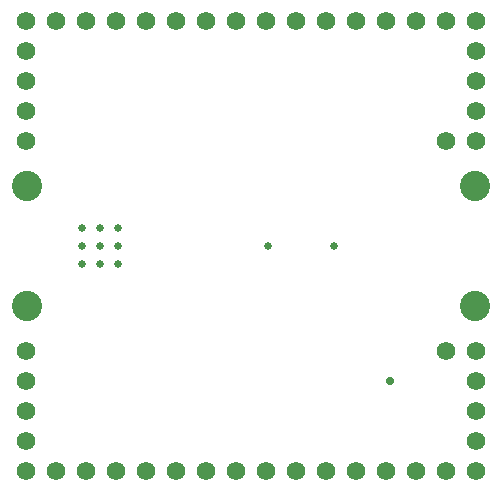
<source format=gbr>
%TF.GenerationSoftware,KiCad,Pcbnew,5.1.10-88a1d61d58~90~ubuntu20.04.1*%
%TF.CreationDate,2021-07-27T13:56:02-04:00*%
%TF.ProjectId,ta-comm-401,74612d63-6f6d-46d2-9d34-30312e6b6963,rev?*%
%TF.SameCoordinates,Original*%
%TF.FileFunction,Soldermask,Bot*%
%TF.FilePolarity,Negative*%
%FSLAX46Y46*%
G04 Gerber Fmt 4.6, Leading zero omitted, Abs format (unit mm)*
G04 Created by KiCad (PCBNEW 5.1.10-88a1d61d58~90~ubuntu20.04.1) date 2021-07-27 13:56:02*
%MOMM*%
%LPD*%
G01*
G04 APERTURE LIST*
%ADD10C,1.565400*%
%ADD11C,2.565400*%
%ADD12C,0.635000*%
%ADD13C,0.701000*%
G04 APERTURE END LIST*
D10*
%TO.C,J6*%
X174050000Y-124510000D03*
X174050000Y-121970000D03*
X174050000Y-119430000D03*
X174050000Y-116890000D03*
X171510000Y-116890000D03*
%TD*%
D11*
%TO.C,J7*%
X173960000Y-113080000D03*
X136040000Y-113080000D03*
X173960000Y-102920000D03*
X136040000Y-102920000D03*
%TD*%
D10*
%TO.C,J5*%
X174050000Y-91490000D03*
X174050000Y-94030000D03*
X174050000Y-96570000D03*
X174050000Y-99110000D03*
X171510000Y-99110000D03*
%TD*%
D12*
%TO.C,IC1*%
X143700000Y-109500000D03*
X142200000Y-109500000D03*
X140700000Y-109500000D03*
X143700000Y-108000000D03*
X142200000Y-108000000D03*
X140700000Y-108000000D03*
X143700000Y-106500000D03*
X142200000Y-106500000D03*
X140700000Y-106500000D03*
%TD*%
%TO.C,IC2*%
X156400000Y-108000000D03*
%TD*%
%TO.C,IC3*%
X162000000Y-108000000D03*
%TD*%
D10*
%TO.C,J1*%
X174050000Y-88950000D03*
X171510000Y-88950000D03*
X168970000Y-88950000D03*
X166430000Y-88950000D03*
X163890000Y-88950000D03*
X161350000Y-88950000D03*
X158810000Y-88950000D03*
X156270000Y-88950000D03*
X153730000Y-88950000D03*
X151190000Y-88950000D03*
X148650000Y-88950000D03*
X146110000Y-88950000D03*
X143570000Y-88950000D03*
X141030000Y-88950000D03*
X138490000Y-88950000D03*
X135950000Y-88950000D03*
%TD*%
%TO.C,J2*%
X174050000Y-127050000D03*
X171510000Y-127050000D03*
X168970000Y-127050000D03*
X166430000Y-127050000D03*
X163890000Y-127050000D03*
X161350000Y-127050000D03*
X158810000Y-127050000D03*
X156270000Y-127050000D03*
X153730000Y-127050000D03*
X151190000Y-127050000D03*
X148650000Y-127050000D03*
X146110000Y-127050000D03*
X143570000Y-127050000D03*
X141030000Y-127050000D03*
X138490000Y-127050000D03*
X135950000Y-127050000D03*
%TD*%
%TO.C,J3*%
X135950000Y-99110000D03*
X135950000Y-96570000D03*
X135950000Y-94030000D03*
X135950000Y-91490000D03*
%TD*%
%TO.C,J4*%
X135950000Y-116890000D03*
X135950000Y-119430000D03*
X135950000Y-121970000D03*
X135950000Y-124510000D03*
%TD*%
D13*
%TO.C,J9*%
X166800000Y-119430000D03*
%TD*%
M02*

</source>
